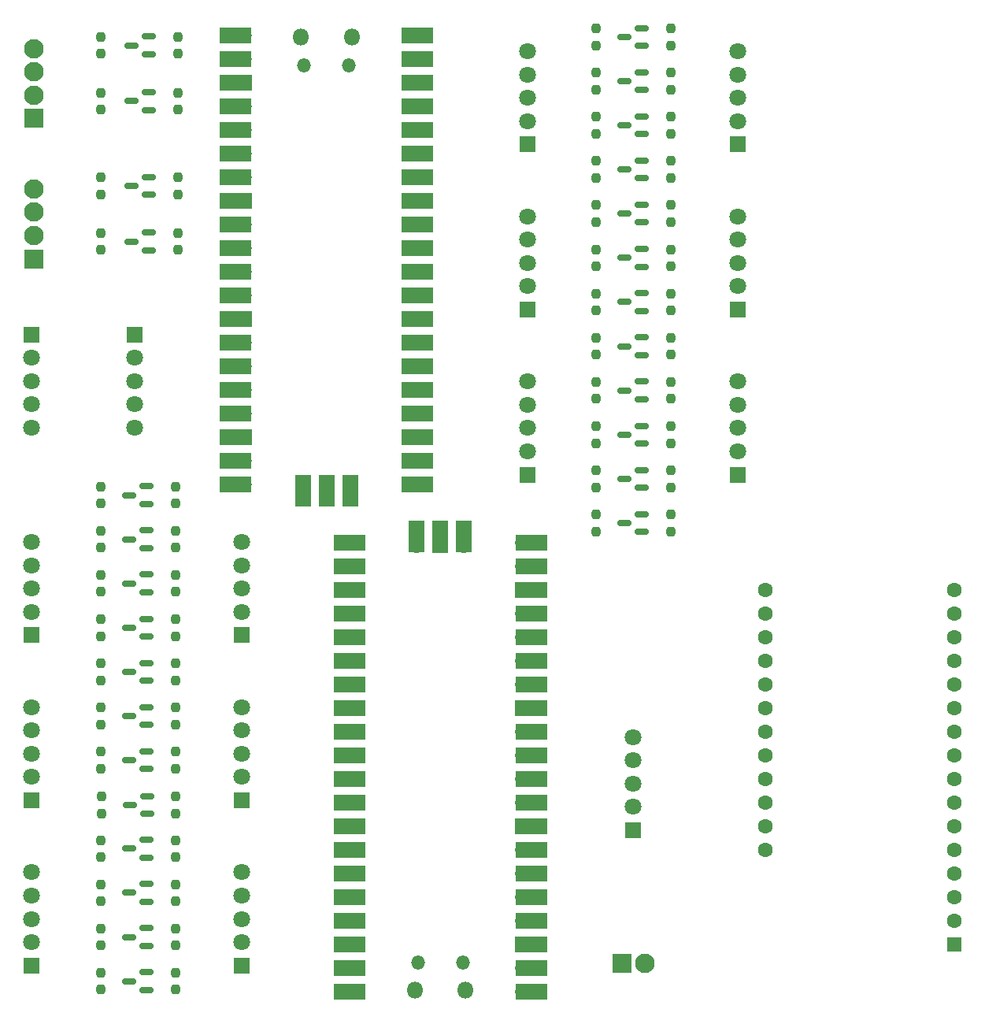
<source format=gbr>
%TF.GenerationSoftware,KiCad,Pcbnew,(6.0.7)*%
%TF.CreationDate,2022-10-24T13:35:24+01:00*%
%TF.ProjectId,Interface,496e7465-7266-4616-9365-2e6b69636164,rev?*%
%TF.SameCoordinates,Original*%
%TF.FileFunction,Soldermask,Top*%
%TF.FilePolarity,Negative*%
%FSLAX46Y46*%
G04 Gerber Fmt 4.6, Leading zero omitted, Abs format (unit mm)*
G04 Created by KiCad (PCBNEW (6.0.7)) date 2022-10-24 13:35:24*
%MOMM*%
%LPD*%
G01*
G04 APERTURE LIST*
G04 Aperture macros list*
%AMRoundRect*
0 Rectangle with rounded corners*
0 $1 Rounding radius*
0 $2 $3 $4 $5 $6 $7 $8 $9 X,Y pos of 4 corners*
0 Add a 4 corners polygon primitive as box body*
4,1,4,$2,$3,$4,$5,$6,$7,$8,$9,$2,$3,0*
0 Add four circle primitives for the rounded corners*
1,1,$1+$1,$2,$3*
1,1,$1+$1,$4,$5*
1,1,$1+$1,$6,$7*
1,1,$1+$1,$8,$9*
0 Add four rect primitives between the rounded corners*
20,1,$1+$1,$2,$3,$4,$5,0*
20,1,$1+$1,$4,$5,$6,$7,0*
20,1,$1+$1,$6,$7,$8,$9,0*
20,1,$1+$1,$8,$9,$2,$3,0*%
G04 Aperture macros list end*
%ADD10R,1.800000X1.800000*%
%ADD11C,1.800000*%
%ADD12RoundRect,0.237500X-0.237500X0.250000X-0.237500X-0.250000X0.237500X-0.250000X0.237500X0.250000X0*%
%ADD13RoundRect,0.237500X0.237500X-0.250000X0.237500X0.250000X-0.237500X0.250000X-0.237500X-0.250000X0*%
%ADD14RoundRect,0.150000X0.587500X0.150000X-0.587500X0.150000X-0.587500X-0.150000X0.587500X-0.150000X0*%
%ADD15R,1.600000X1.600000*%
%ADD16C,1.600000*%
%ADD17R,2.100000X2.100000*%
%ADD18C,2.100000*%
%ADD19O,1.800000X1.800000*%
%ADD20O,1.500000X1.500000*%
%ADD21R,3.500000X1.700000*%
%ADD22O,1.700000X1.700000*%
%ADD23R,1.700000X1.700000*%
%ADD24R,1.700000X3.500000*%
G04 APERTURE END LIST*
D10*
%TO.C,J3*%
X17575000Y-46250000D03*
D11*
X17575000Y-48750000D03*
X17575000Y-51250000D03*
X17575000Y-53750000D03*
X17575000Y-56250000D03*
%TD*%
D12*
%TO.C,R21*%
X25000000Y-81587500D03*
X25000000Y-83412500D03*
%TD*%
%TO.C,R40*%
X78250000Y-46587500D03*
X78250000Y-48412500D03*
%TD*%
D13*
%TO.C,R12*%
X33000000Y-69162500D03*
X33000000Y-67337500D03*
%TD*%
%TO.C,R35*%
X86250000Y-34162500D03*
X86250000Y-32337500D03*
%TD*%
D10*
%TO.C,J8*%
X40150000Y-96300000D03*
D11*
X40150000Y-93800000D03*
X40150000Y-91300000D03*
X40150000Y-88800000D03*
X40150000Y-86300000D03*
%TD*%
D10*
%TO.C,J16*%
X70900000Y-43550000D03*
D11*
X70900000Y-41050000D03*
X70900000Y-38550000D03*
X70900000Y-36050000D03*
X70900000Y-33550000D03*
%TD*%
D14*
%TO.C,Q3*%
X30187500Y-37200000D03*
X30187500Y-35300000D03*
X28312500Y-36250000D03*
%TD*%
D12*
%TO.C,R37*%
X78250000Y-41837500D03*
X78250000Y-43662500D03*
%TD*%
D13*
%TO.C,R1*%
X33250000Y-16075000D03*
X33250000Y-14250000D03*
%TD*%
%TO.C,R36*%
X86250000Y-48412500D03*
X86250000Y-46587500D03*
%TD*%
D14*
%TO.C,Q7*%
X29937500Y-73950000D03*
X29937500Y-72050000D03*
X28062500Y-73000000D03*
%TD*%
D13*
%TO.C,R41*%
X86250000Y-24662500D03*
X86250000Y-22837500D03*
%TD*%
D10*
%TO.C,J4*%
X28650000Y-46250000D03*
D11*
X28650000Y-48750000D03*
X28650000Y-51250000D03*
X28650000Y-53750000D03*
X28650000Y-56250000D03*
%TD*%
D15*
%TO.C,A1*%
X116802500Y-111800000D03*
D16*
X116802500Y-109260000D03*
X116802500Y-106720000D03*
X116802500Y-104180000D03*
X116802500Y-101640000D03*
X116802500Y-99100000D03*
X116802500Y-96560000D03*
X116802500Y-94020000D03*
X116802500Y-91480000D03*
X116802500Y-88940000D03*
X116802500Y-86400000D03*
X116802500Y-83860000D03*
X116802500Y-81320000D03*
X116802500Y-78780000D03*
X116802500Y-76240000D03*
X116802500Y-73700000D03*
X96482500Y-73700000D03*
X96482500Y-76240000D03*
X96482500Y-78780000D03*
X96482500Y-81320000D03*
X96482500Y-83860000D03*
X96482500Y-86400000D03*
X96482500Y-88940000D03*
X96482500Y-91480000D03*
X96482500Y-94020000D03*
X96482500Y-96560000D03*
X96482500Y-99100000D03*
X96482500Y-101640000D03*
%TD*%
D10*
%TO.C,J7*%
X17575000Y-78550000D03*
D11*
X17575000Y-76050000D03*
X17575000Y-73550000D03*
X17575000Y-71050000D03*
X17575000Y-68550000D03*
%TD*%
D14*
%TO.C,Q11*%
X29937500Y-92950000D03*
X29937500Y-91050000D03*
X28062500Y-92000000D03*
%TD*%
D13*
%TO.C,R33*%
X86250000Y-43662500D03*
X86250000Y-41837500D03*
%TD*%
D14*
%TO.C,Q26*%
X83187500Y-67450000D03*
X83187500Y-65550000D03*
X81312500Y-66500000D03*
%TD*%
D13*
%TO.C,R53*%
X86250000Y-53162500D03*
X86250000Y-51337500D03*
%TD*%
D14*
%TO.C,Q18*%
X83187500Y-38950000D03*
X83187500Y-37050000D03*
X81312500Y-38000000D03*
%TD*%
D13*
%TO.C,R6*%
X25000000Y-22075000D03*
X25000000Y-20250000D03*
%TD*%
D12*
%TO.C,R47*%
X78250000Y-22837500D03*
X78250000Y-24662500D03*
%TD*%
D14*
%TO.C,Q17*%
X83187500Y-43700000D03*
X83187500Y-41800000D03*
X81312500Y-42750000D03*
%TD*%
D12*
%TO.C,R31*%
X25000000Y-110087500D03*
X25000000Y-111912500D03*
%TD*%
D14*
%TO.C,Q15*%
X29937500Y-111950000D03*
X29937500Y-110050000D03*
X28062500Y-111000000D03*
%TD*%
%TO.C,Q23*%
X83187500Y-15200000D03*
X83187500Y-13300000D03*
X81312500Y-14250000D03*
%TD*%
D10*
%TO.C,J10*%
X40150000Y-114050000D03*
D11*
X40150000Y-111550000D03*
X40150000Y-109050000D03*
X40150000Y-106550000D03*
X40150000Y-104050000D03*
%TD*%
D12*
%TO.C,R24*%
X25000000Y-86337500D03*
X25000000Y-88162500D03*
%TD*%
D13*
%TO.C,R18*%
X33062500Y-97712500D03*
X33062500Y-95887500D03*
%TD*%
D17*
%TO.C,J1*%
X17750000Y-38100000D03*
D18*
X17750000Y-35600000D03*
X17750000Y-33100000D03*
X17750000Y-30600000D03*
%TD*%
D12*
%TO.C,R22*%
X25062500Y-95887500D03*
X25062500Y-97712500D03*
%TD*%
%TO.C,R23*%
X25000000Y-91087500D03*
X25000000Y-92912500D03*
%TD*%
%TO.C,R32*%
X25000000Y-105337500D03*
X25000000Y-107162500D03*
%TD*%
D13*
%TO.C,R25*%
X33000000Y-102412500D03*
X33000000Y-100587500D03*
%TD*%
D14*
%TO.C,Q2*%
X30187500Y-22112500D03*
X30187500Y-20212500D03*
X28312500Y-21162500D03*
%TD*%
%TO.C,Q8*%
X29937500Y-69200000D03*
X29937500Y-67300000D03*
X28062500Y-68250000D03*
%TD*%
D12*
%TO.C,R55*%
X78250000Y-51337500D03*
X78250000Y-53162500D03*
%TD*%
D14*
%TO.C,Q14*%
X29937500Y-116700000D03*
X29937500Y-114800000D03*
X28062500Y-115750000D03*
%TD*%
D13*
%TO.C,R42*%
X86250000Y-19912500D03*
X86250000Y-18087500D03*
%TD*%
D12*
%TO.C,R30*%
X25000000Y-114837500D03*
X25000000Y-116662500D03*
%TD*%
%TO.C,R38*%
X78250000Y-37087500D03*
X78250000Y-38912500D03*
%TD*%
D10*
%TO.C,J15*%
X70900000Y-25800000D03*
D11*
X70900000Y-23300000D03*
X70900000Y-20800000D03*
X70900000Y-18300000D03*
X70900000Y-15800000D03*
%TD*%
D14*
%TO.C,Q4*%
X30187500Y-31200000D03*
X30187500Y-29300000D03*
X28312500Y-30250000D03*
%TD*%
D12*
%TO.C,R29*%
X25000000Y-100587500D03*
X25000000Y-102412500D03*
%TD*%
D14*
%TO.C,Q12*%
X29937500Y-88200000D03*
X29937500Y-86300000D03*
X28062500Y-87250000D03*
%TD*%
D10*
%TO.C,J11*%
X17575000Y-114050000D03*
D11*
X17575000Y-111550000D03*
X17575000Y-109050000D03*
X17575000Y-106550000D03*
X17575000Y-104050000D03*
%TD*%
D14*
%TO.C,Q21*%
X83187500Y-24700000D03*
X83187500Y-22800000D03*
X81312500Y-23750000D03*
%TD*%
D10*
%TO.C,J17*%
X93500000Y-25800000D03*
D11*
X93500000Y-23300000D03*
X93500000Y-20800000D03*
X93500000Y-18300000D03*
X93500000Y-15800000D03*
%TD*%
D14*
%TO.C,Q20*%
X83187500Y-48450000D03*
X83187500Y-46550000D03*
X81312500Y-47500000D03*
%TD*%
%TO.C,Q16*%
X29937500Y-107200000D03*
X29937500Y-105300000D03*
X28062500Y-106250000D03*
%TD*%
D13*
%TO.C,R11*%
X33000000Y-73912500D03*
X33000000Y-72087500D03*
%TD*%
%TO.C,R43*%
X86250000Y-15162500D03*
X86250000Y-13337500D03*
%TD*%
%TO.C,R44*%
X86250000Y-29412500D03*
X86250000Y-27587500D03*
%TD*%
D12*
%TO.C,R48*%
X78250000Y-18087500D03*
X78250000Y-19912500D03*
%TD*%
%TO.C,R5*%
X25000000Y-14250000D03*
X25000000Y-16075000D03*
%TD*%
%TO.C,R49*%
X78250000Y-13337500D03*
X78250000Y-15162500D03*
%TD*%
D10*
%TO.C,J14*%
X93500000Y-61300000D03*
D11*
X93500000Y-58800000D03*
X93500000Y-56300000D03*
X93500000Y-53800000D03*
X93500000Y-51300000D03*
%TD*%
D14*
%TO.C,Q28*%
X83187500Y-62700000D03*
X83187500Y-60800000D03*
X81312500Y-61750000D03*
%TD*%
D19*
%TO.C,U2*%
X64225000Y-116750000D03*
D20*
X59075000Y-113720000D03*
D19*
X58775000Y-116750000D03*
D20*
X63925000Y-113720000D03*
D21*
X71290000Y-116880000D03*
D22*
X70390000Y-116880000D03*
X70390000Y-114340000D03*
D21*
X71290000Y-114340000D03*
D23*
X70390000Y-111800000D03*
D21*
X71290000Y-111800000D03*
D22*
X70390000Y-109260000D03*
D21*
X71290000Y-109260000D03*
X71290000Y-106720000D03*
D22*
X70390000Y-106720000D03*
X70390000Y-104180000D03*
D21*
X71290000Y-104180000D03*
D22*
X70390000Y-101640000D03*
D21*
X71290000Y-101640000D03*
X71290000Y-99100000D03*
D23*
X70390000Y-99100000D03*
D21*
X71290000Y-96560000D03*
D22*
X70390000Y-96560000D03*
D21*
X71290000Y-94020000D03*
D22*
X70390000Y-94020000D03*
X70390000Y-91480000D03*
D21*
X71290000Y-91480000D03*
X71290000Y-88940000D03*
D22*
X70390000Y-88940000D03*
D21*
X71290000Y-86400000D03*
D23*
X70390000Y-86400000D03*
D21*
X71290000Y-83860000D03*
D22*
X70390000Y-83860000D03*
D21*
X71290000Y-81320000D03*
D22*
X70390000Y-81320000D03*
X70390000Y-78780000D03*
D21*
X71290000Y-78780000D03*
X71290000Y-76240000D03*
D22*
X70390000Y-76240000D03*
D23*
X70390000Y-73700000D03*
D21*
X71290000Y-73700000D03*
D22*
X70390000Y-71160000D03*
D21*
X71290000Y-71160000D03*
D22*
X70390000Y-68620000D03*
D21*
X71290000Y-68620000D03*
D22*
X52610000Y-68620000D03*
D21*
X51710000Y-68620000D03*
D22*
X52610000Y-71160000D03*
D21*
X51710000Y-71160000D03*
D23*
X52610000Y-73700000D03*
D21*
X51710000Y-73700000D03*
D22*
X52610000Y-76240000D03*
D21*
X51710000Y-76240000D03*
D22*
X52610000Y-78780000D03*
D21*
X51710000Y-78780000D03*
D22*
X52610000Y-81320000D03*
D21*
X51710000Y-81320000D03*
D22*
X52610000Y-83860000D03*
D21*
X51710000Y-83860000D03*
X51710000Y-86400000D03*
D23*
X52610000Y-86400000D03*
D22*
X52610000Y-88940000D03*
D21*
X51710000Y-88940000D03*
D22*
X52610000Y-91480000D03*
D21*
X51710000Y-91480000D03*
D22*
X52610000Y-94020000D03*
D21*
X51710000Y-94020000D03*
D22*
X52610000Y-96560000D03*
D21*
X51710000Y-96560000D03*
X51710000Y-99100000D03*
D23*
X52610000Y-99100000D03*
D21*
X51710000Y-101640000D03*
D22*
X52610000Y-101640000D03*
D21*
X51710000Y-104180000D03*
D22*
X52610000Y-104180000D03*
D21*
X51710000Y-106720000D03*
D22*
X52610000Y-106720000D03*
X52610000Y-109260000D03*
D21*
X51710000Y-109260000D03*
D23*
X52610000Y-111800000D03*
D21*
X51710000Y-111800000D03*
X51710000Y-114340000D03*
D22*
X52610000Y-114340000D03*
D21*
X51710000Y-116880000D03*
D22*
X52610000Y-116880000D03*
X64040000Y-68850000D03*
D24*
X64040000Y-67950000D03*
D23*
X61500000Y-68850000D03*
D24*
X61500000Y-67950000D03*
X58960000Y-67950000D03*
D22*
X58960000Y-68850000D03*
%TD*%
D12*
%TO.C,R52*%
X78250000Y-65587500D03*
X78250000Y-67412500D03*
%TD*%
%TO.C,R15*%
X25000000Y-72087500D03*
X25000000Y-73912500D03*
%TD*%
D17*
%TO.C,J5*%
X81025000Y-113825000D03*
D18*
X83525000Y-113825000D03*
%TD*%
D13*
%TO.C,R4*%
X33250000Y-31162500D03*
X33250000Y-29337500D03*
%TD*%
%TO.C,R28*%
X33000000Y-107162500D03*
X33000000Y-105337500D03*
%TD*%
%TO.C,R9*%
X33000000Y-64412500D03*
X33000000Y-62587500D03*
%TD*%
D17*
%TO.C,J2*%
X17750000Y-23000000D03*
D18*
X17750000Y-20500000D03*
X17750000Y-18000000D03*
X17750000Y-15500000D03*
%TD*%
D13*
%TO.C,R7*%
X25000000Y-37162500D03*
X25000000Y-35337500D03*
%TD*%
D10*
%TO.C,J6*%
X40150000Y-78550000D03*
D11*
X40150000Y-76050000D03*
X40150000Y-73550000D03*
X40150000Y-71050000D03*
X40150000Y-68550000D03*
%TD*%
D12*
%TO.C,R14*%
X25000000Y-76837500D03*
X25000000Y-78662500D03*
%TD*%
D13*
%TO.C,R34*%
X86250000Y-38912500D03*
X86250000Y-37087500D03*
%TD*%
D14*
%TO.C,Q5*%
X29937500Y-64450000D03*
X29937500Y-62550000D03*
X28062500Y-63500000D03*
%TD*%
D10*
%TO.C,J13*%
X70900000Y-61300000D03*
D11*
X70900000Y-58800000D03*
X70900000Y-56300000D03*
X70900000Y-53800000D03*
X70900000Y-51300000D03*
%TD*%
D10*
%TO.C,J9*%
X17575000Y-96300000D03*
D11*
X17575000Y-93800000D03*
X17575000Y-91300000D03*
X17575000Y-88800000D03*
X17575000Y-86300000D03*
%TD*%
D20*
%TO.C,U1*%
X51675000Y-17280000D03*
X46825000Y-17280000D03*
D19*
X51975000Y-14250000D03*
X46525000Y-14250000D03*
D21*
X39460000Y-14120000D03*
D22*
X40360000Y-14120000D03*
X40360000Y-16660000D03*
D21*
X39460000Y-16660000D03*
D23*
X40360000Y-19200000D03*
D21*
X39460000Y-19200000D03*
D22*
X40360000Y-21740000D03*
D21*
X39460000Y-21740000D03*
D22*
X40360000Y-24280000D03*
D21*
X39460000Y-24280000D03*
X39460000Y-26820000D03*
D22*
X40360000Y-26820000D03*
D21*
X39460000Y-29360000D03*
D22*
X40360000Y-29360000D03*
D21*
X39460000Y-31900000D03*
D23*
X40360000Y-31900000D03*
D21*
X39460000Y-34440000D03*
D22*
X40360000Y-34440000D03*
X40360000Y-36980000D03*
D21*
X39460000Y-36980000D03*
D22*
X40360000Y-39520000D03*
D21*
X39460000Y-39520000D03*
X39460000Y-42060000D03*
D22*
X40360000Y-42060000D03*
D21*
X39460000Y-44600000D03*
D23*
X40360000Y-44600000D03*
D22*
X40360000Y-47140000D03*
D21*
X39460000Y-47140000D03*
D22*
X40360000Y-49680000D03*
D21*
X39460000Y-49680000D03*
D22*
X40360000Y-52220000D03*
D21*
X39460000Y-52220000D03*
X39460000Y-54760000D03*
D22*
X40360000Y-54760000D03*
D23*
X40360000Y-57300000D03*
D21*
X39460000Y-57300000D03*
D22*
X40360000Y-59840000D03*
D21*
X39460000Y-59840000D03*
X39460000Y-62380000D03*
D22*
X40360000Y-62380000D03*
D21*
X59040000Y-62380000D03*
D22*
X58140000Y-62380000D03*
D21*
X59040000Y-59840000D03*
D22*
X58140000Y-59840000D03*
D23*
X58140000Y-57300000D03*
D21*
X59040000Y-57300000D03*
X59040000Y-54760000D03*
D22*
X58140000Y-54760000D03*
D21*
X59040000Y-52220000D03*
D22*
X58140000Y-52220000D03*
D21*
X59040000Y-49680000D03*
D22*
X58140000Y-49680000D03*
D21*
X59040000Y-47140000D03*
D22*
X58140000Y-47140000D03*
D21*
X59040000Y-44600000D03*
D23*
X58140000Y-44600000D03*
D22*
X58140000Y-42060000D03*
D21*
X59040000Y-42060000D03*
X59040000Y-39520000D03*
D22*
X58140000Y-39520000D03*
X58140000Y-36980000D03*
D21*
X59040000Y-36980000D03*
X59040000Y-34440000D03*
D22*
X58140000Y-34440000D03*
D21*
X59040000Y-31900000D03*
D23*
X58140000Y-31900000D03*
D21*
X59040000Y-29360000D03*
D22*
X58140000Y-29360000D03*
X58140000Y-26820000D03*
D21*
X59040000Y-26820000D03*
D22*
X58140000Y-24280000D03*
D21*
X59040000Y-24280000D03*
D22*
X58140000Y-21740000D03*
D21*
X59040000Y-21740000D03*
D23*
X58140000Y-19200000D03*
D21*
X59040000Y-19200000D03*
X59040000Y-16660000D03*
D22*
X58140000Y-16660000D03*
X58140000Y-14120000D03*
D21*
X59040000Y-14120000D03*
D22*
X46710000Y-62150000D03*
D24*
X46710000Y-63050000D03*
X49250000Y-63050000D03*
D23*
X49250000Y-62150000D03*
D24*
X51790000Y-63050000D03*
D22*
X51790000Y-62150000D03*
%TD*%
D14*
%TO.C,Q22*%
X83187500Y-19950000D03*
X83187500Y-18050000D03*
X81312500Y-19000000D03*
%TD*%
%TO.C,Q25*%
X83187500Y-57950000D03*
X83187500Y-56050000D03*
X81312500Y-57000000D03*
%TD*%
D13*
%TO.C,R20*%
X33000000Y-88162500D03*
X33000000Y-86337500D03*
%TD*%
%TO.C,R3*%
X33250000Y-37162500D03*
X33250000Y-35337500D03*
%TD*%
%TO.C,R26*%
X33000000Y-116662500D03*
X33000000Y-114837500D03*
%TD*%
D12*
%TO.C,R13*%
X25000000Y-62587500D03*
X25000000Y-64412500D03*
%TD*%
D14*
%TO.C,Q24*%
X83187500Y-29450000D03*
X83187500Y-27550000D03*
X81312500Y-28500000D03*
%TD*%
D12*
%TO.C,R50*%
X78250000Y-27587500D03*
X78250000Y-29412500D03*
%TD*%
%TO.C,R56*%
X78250000Y-60837500D03*
X78250000Y-62662500D03*
%TD*%
D10*
%TO.C,J12*%
X82250000Y-99500000D03*
D11*
X82250000Y-97000000D03*
X82250000Y-94500000D03*
X82250000Y-92000000D03*
X82250000Y-89500000D03*
%TD*%
D14*
%TO.C,Q13*%
X29937500Y-102450000D03*
X29937500Y-100550000D03*
X28062500Y-101500000D03*
%TD*%
D13*
%TO.C,R46*%
X86250000Y-67412500D03*
X86250000Y-65587500D03*
%TD*%
%TO.C,R19*%
X33000000Y-92912500D03*
X33000000Y-91087500D03*
%TD*%
D14*
%TO.C,Q9*%
X29937500Y-83450000D03*
X29937500Y-81550000D03*
X28062500Y-82500000D03*
%TD*%
D13*
%TO.C,R54*%
X86250000Y-62662500D03*
X86250000Y-60837500D03*
%TD*%
D14*
%TO.C,Q10*%
X30000000Y-97750000D03*
X30000000Y-95850000D03*
X28125000Y-96800000D03*
%TD*%
D12*
%TO.C,R16*%
X25000000Y-67337500D03*
X25000000Y-69162500D03*
%TD*%
D14*
%TO.C,Q6*%
X29937500Y-78700000D03*
X29937500Y-76800000D03*
X28062500Y-77750000D03*
%TD*%
D12*
%TO.C,R51*%
X78250000Y-56087500D03*
X78250000Y-57912500D03*
%TD*%
D13*
%TO.C,R27*%
X33000000Y-111912500D03*
X33000000Y-110087500D03*
%TD*%
D14*
%TO.C,Q1*%
X30187500Y-16112500D03*
X30187500Y-14212500D03*
X28312500Y-15162500D03*
%TD*%
D13*
%TO.C,R45*%
X86250000Y-57912500D03*
X86250000Y-56087500D03*
%TD*%
D12*
%TO.C,R39*%
X78250000Y-32337500D03*
X78250000Y-34162500D03*
%TD*%
D14*
%TO.C,Q27*%
X83187500Y-53200000D03*
X83187500Y-51300000D03*
X81312500Y-52250000D03*
%TD*%
D12*
%TO.C,R8*%
X25000000Y-29337500D03*
X25000000Y-31162500D03*
%TD*%
D10*
%TO.C,J18*%
X93500000Y-43550000D03*
D11*
X93500000Y-41050000D03*
X93500000Y-38550000D03*
X93500000Y-36050000D03*
X93500000Y-33550000D03*
%TD*%
D13*
%TO.C,R10*%
X33000000Y-78662500D03*
X33000000Y-76837500D03*
%TD*%
%TO.C,R2*%
X33250000Y-22075000D03*
X33250000Y-20250000D03*
%TD*%
D14*
%TO.C,Q19*%
X83187500Y-34200000D03*
X83187500Y-32300000D03*
X81312500Y-33250000D03*
%TD*%
D13*
%TO.C,R17*%
X33000000Y-83412500D03*
X33000000Y-81587500D03*
%TD*%
M02*

</source>
